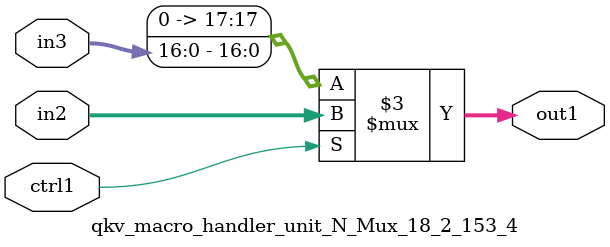
<source format=v>

`timescale 1ps / 1ps


module qkv_macro_handler_unit_N_Mux_18_2_153_4( in3, in2, ctrl1, out1 );

    input [16:0] in3;
    input [17:0] in2;
    input ctrl1;
    output [17:0] out1;
    reg [17:0] out1;

    
    // rtl_process:qkv_macro_handler_unit_N_Mux_18_2_153_4/qkv_macro_handler_unit_N_Mux_18_2_153_4_thread_1
    always @*
      begin : qkv_macro_handler_unit_N_Mux_18_2_153_4_thread_1
        case (ctrl1) 
          1'b1: 
            begin
              out1 = in2;
            end
          default: 
            begin
              out1 = {1'b0, in3};
            end
        endcase
      end

endmodule



</source>
